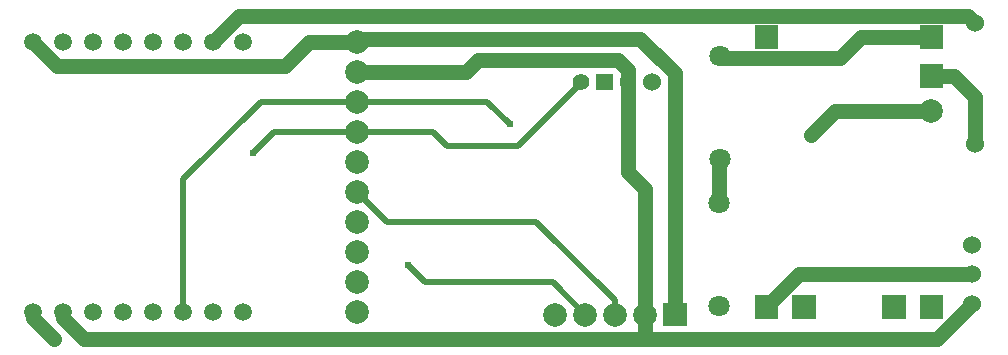
<source format=gtl>
G04 Layer: TopLayer*
G04 EasyEDA Pro v1.7.27, 2022-07-12 11:29:45*
G04 Gerber Generator version 0.3*
G04 Scale: 100 percent, Rotated: No, Reflected: No*
G04 Dimensions in millimeters*
G04 Leading zeros omitted, absolute positions, 3 integers and 3 decimals*
%FSLAX33Y33*%
%MOMM*%
%ADD10C,1.799996*%
%ADD11C,1.524*%
%ADD12C,1.399997*%
%ADD13C,1.507998*%
%ADD14C,2.000001*%
%ADD15C,0.6096*%
%ADD16C,1.27*%
%ADD17C,0.499999*%
G75*


G04 Pad Start*
G54D10*
G01X67183Y25052D03*
G01X67183Y16352D03*
G01X67146Y3929D03*
G01X67146Y12629D03*
G54D11*
G01X88773Y17583D03*
G01X88773Y27883D03*
G01X61420Y22860D03*
G54D12*
G01X59420Y22860D03*
G36*
G01X58120Y22160D02*
G01X58120Y23560D01*
G01X56720D01*
G01Y22160D01*
G01X58120D01*
G37*
G01X55420Y22860D03*
G54D11*
G01X88519Y9104D03*
G01X88519Y6604D03*
G01X88519Y4104D03*
G54D13*
G01X21717Y26289D03*
G01X24257Y26289D03*
G01X26797Y26289D03*
G01X9017Y26289D03*
G01X11557Y26289D03*
G01X14097Y26289D03*
G01X16637Y26289D03*
G01X19177Y26289D03*
G01X9017Y3429D03*
G01X11557Y3429D03*
G01X14097Y3429D03*
G01X16637Y3429D03*
G01X19177Y3429D03*
G01X21717Y3429D03*
G01X24257Y3429D03*
G01X26797Y3429D03*
G36*
G01X70120Y27670D02*
G01X70120Y25670D01*
G01X72120D01*
G01Y27670D01*
G01X70120D01*
G37*
G36*
G01X70120Y4810D02*
G01X70120Y2810D01*
G01X72120D01*
G01Y4810D01*
G01X70120D01*
G37*
G36*
G01X84090Y4810D02*
G01X84090Y2810D01*
G01X86090D01*
G01Y4810D01*
G01X84090D01*
G37*
G36*
G01X84090Y27670D02*
G01X84090Y25670D01*
G01X86090D01*
G01Y27670D01*
G01X84090D01*
G37*
G36*
G01X80915Y4810D02*
G01X80915Y2810D01*
G01X82915D01*
G01Y4810D01*
G01X80915D01*
G37*
G36*
G01X73295Y4810D02*
G01X73295Y2810D01*
G01X75295D01*
G01Y4810D01*
G01X73295D01*
G37*
G54D14*
G01X36449Y26289D03*
G01X36449Y23749D03*
G01X36449Y21209D03*
G01X36449Y18669D03*
G01X36449Y16129D03*
G01X36449Y13589D03*
G01X36449Y11049D03*
G01X36449Y8509D03*
G01X36449Y5969D03*
G01X36449Y3429D03*
G01X53213Y3175D03*
G01X55753Y3175D03*
G01X58293Y3175D03*
G01X60833Y3175D03*
G36*
G01X62373Y4175D02*
G01X62373Y2175D01*
G01X64373D01*
G01Y4175D01*
G01X62373D01*
G37*
G36*
G01X84090Y22368D02*
G01X86090Y22368D01*
G01Y24368D01*
G01X84090D01*
G01Y22368D01*
G37*
G01X85090Y20447D03*
G04 Pad End*

G04 Via Start*
G54D15*
G01X49403Y19304D03*
G01X57404Y26543D03*
G01X10795Y1143D03*
G01X40804Y7345D03*
G01X27686Y16891D03*
G01X74930Y18415D03*
G04 Via End*

G04 Track Start*
G54D16*
G01X45676Y23749D02*
G01X36449Y23749D01*
G01X60833Y1100D02*
G01X60833Y3175D01*
G54D17*
G01X21717Y3429D02*
G01X21717Y14634D01*
G54D16*
G01X67183Y16352D02*
G01X67146Y16315D01*
G01Y12629D01*
G01X79096Y26670D02*
G01X85090Y26670D01*
G01X88519Y6604D02*
G01X73914Y6604D01*
G01X71120Y3810D01*
G54D17*
G01X58293Y4410D02*
G01X58293Y3175D01*
G01X40804Y7345D02*
G01X42230Y5918D01*
G01X53010D01*
G01X55753Y3175D01*
G01X55420Y22860D02*
G01X55420Y22811D01*
G01X50090Y17481D01*
G01X44055D01*
G01X42866Y18669D01*
G01X36449D01*
G01X27686Y16891D02*
G01X29464Y18669D01*
G01X36449D01*
G54D16*
G01X88773Y27883D02*
G01X88199Y28457D01*
G01X26425D01*
G01X24257Y26289D01*
G01X45676Y23749D02*
G01X46692Y24765D01*
G01X58547D01*
G01X59420Y23892D01*
G01Y22860D01*
G01X9017Y26289D02*
G01X11049Y24257D01*
G01X30345D01*
G01X67183Y25052D02*
G01X67353Y24883D01*
G01X77309D01*
G01X79096Y26670D01*
G01X63373Y23622D02*
G01X63373Y3175D01*
G01X59420Y15256D02*
G01X59420Y22860D01*
G01X60833Y13843D02*
G01X59420Y15256D01*
G01X60833Y13843D02*
G01X60833Y3175D01*
G54D17*
G01X21717Y14634D02*
G01X28292Y21209D01*
G01X36449D01*
G54D16*
G01X74930Y18415D02*
G01X76962Y20447D01*
G01X85090D01*
G01X85090Y23368D02*
G01X86995Y23368D01*
G01X88773Y21590D01*
G01Y17583D01*
G01X10795Y1143D02*
G01X9017Y2921D01*
G01Y3429D01*
G01X11557Y3429D02*
G01X11557Y2921D01*
G01X13378Y1100D01*
G01X60833D01*
G54D17*
G01X36449Y13589D02*
G01X38989Y11049D01*
G01X51654D01*
G01X58293Y4410D01*
G54D16*
G01X36449Y26289D02*
G01X32377Y26289D01*
G01X30345Y24257D01*
G54D17*
G01X49403Y19304D02*
G01X47498Y21209D01*
G01X36449D01*
G54D16*
G01X57404Y26543D02*
G01X36703Y26543D01*
G01X36449Y26289D01*
G01X57404Y26543D02*
G01X60452Y26543D01*
G01X63373Y23622D01*
G01X60833Y1100D02*
G01X85555Y1100D01*
G01X88519Y4064D01*
G01Y4104D01*
G04 Track End*

M02*

</source>
